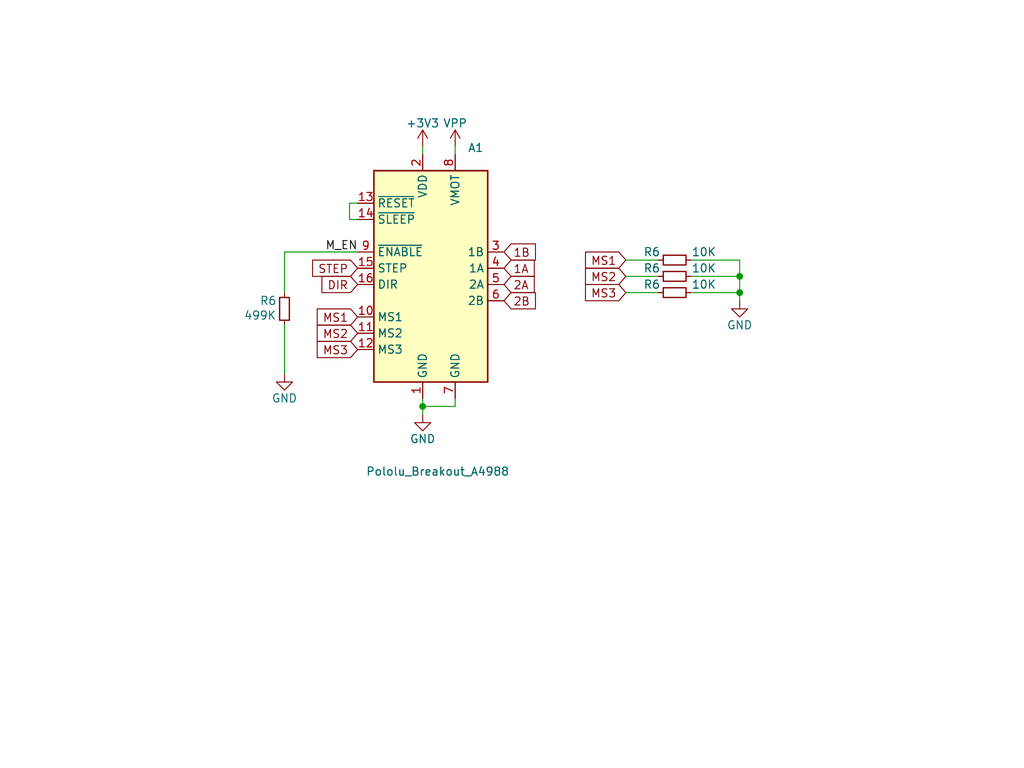
<source format=kicad_sch>
(kicad_sch (version 20230121) (generator eeschema)

  (uuid 24c45a69-1309-4a66-85dc-bd4044729c6d)

  (paper "User" 159.995 119.99)

  (lib_symbols
    (symbol "Device:R_Small" (pin_numbers hide) (pin_names (offset 0.254) hide) (in_bom yes) (on_board yes)
      (property "Reference" "R" (at 0.762 0.508 0)
        (effects (font (size 1.27 1.27)) (justify left))
      )
      (property "Value" "R_Small" (at 0.762 -1.016 0)
        (effects (font (size 1.27 1.27)) (justify left))
      )
      (property "Footprint" "" (at 0 0 0)
        (effects (font (size 1.27 1.27)) hide)
      )
      (property "Datasheet" "~" (at 0 0 0)
        (effects (font (size 1.27 1.27)) hide)
      )
      (property "ki_keywords" "R resistor" (at 0 0 0)
        (effects (font (size 1.27 1.27)) hide)
      )
      (property "ki_description" "Resistor, small symbol" (at 0 0 0)
        (effects (font (size 1.27 1.27)) hide)
      )
      (property "ki_fp_filters" "R_*" (at 0 0 0)
        (effects (font (size 1.27 1.27)) hide)
      )
      (symbol "R_Small_0_1"
        (rectangle (start -0.762 1.778) (end 0.762 -1.778)
          (stroke (width 0.2032) (type default))
          (fill (type none))
        )
      )
      (symbol "R_Small_1_1"
        (pin passive line (at 0 2.54 270) (length 0.762)
          (name "~" (effects (font (size 1.27 1.27))))
          (number "1" (effects (font (size 1.27 1.27))))
        )
        (pin passive line (at 0 -2.54 90) (length 0.762)
          (name "~" (effects (font (size 1.27 1.27))))
          (number "2" (effects (font (size 1.27 1.27))))
        )
      )
    )
    (symbol "Driver_Motor:Pololu_Breakout_A4988" (in_bom yes) (on_board yes)
      (property "Reference" "A" (at -2.54 19.05 0)
        (effects (font (size 1.27 1.27)) (justify right))
      )
      (property "Value" "Pololu_Breakout_A4988" (at -2.54 16.51 0)
        (effects (font (size 1.27 1.27)) (justify right))
      )
      (property "Footprint" "Module:Pololu_Breakout-16_15.2x20.3mm" (at 6.985 -19.05 0)
        (effects (font (size 1.27 1.27)) (justify left) hide)
      )
      (property "Datasheet" "https://www.pololu.com/product/2980/pictures" (at 2.54 -7.62 0)
        (effects (font (size 1.27 1.27)) hide)
      )
      (property "ki_keywords" "Pololu Breakout Board Stepper Driver A4988" (at 0 0 0)
        (effects (font (size 1.27 1.27)) hide)
      )
      (property "ki_description" "Pololu Breakout Board, Stepper Driver A4988" (at 0 0 0)
        (effects (font (size 1.27 1.27)) hide)
      )
      (property "ki_fp_filters" "Pololu*Breakout*15.2x20.3mm*" (at 0 0 0)
        (effects (font (size 1.27 1.27)) hide)
      )
      (symbol "Pololu_Breakout_A4988_0_1"
        (rectangle (start 10.16 -17.78) (end -7.62 15.24)
          (stroke (width 0.254) (type default))
          (fill (type background))
        )
      )
      (symbol "Pololu_Breakout_A4988_1_1"
        (pin power_in line (at 0 -20.32 90) (length 2.54)
          (name "GND" (effects (font (size 1.27 1.27))))
          (number "1" (effects (font (size 1.27 1.27))))
        )
        (pin input line (at -10.16 -7.62 0) (length 2.54)
          (name "MS1" (effects (font (size 1.27 1.27))))
          (number "10" (effects (font (size 1.27 1.27))))
        )
        (pin input line (at -10.16 -10.16 0) (length 2.54)
          (name "MS2" (effects (font (size 1.27 1.27))))
          (number "11" (effects (font (size 1.27 1.27))))
        )
        (pin input line (at -10.16 -12.7 0) (length 2.54)
          (name "MS3" (effects (font (size 1.27 1.27))))
          (number "12" (effects (font (size 1.27 1.27))))
        )
        (pin input line (at -10.16 10.16 0) (length 2.54)
          (name "~{RESET}" (effects (font (size 1.27 1.27))))
          (number "13" (effects (font (size 1.27 1.27))))
        )
        (pin input line (at -10.16 7.62 0) (length 2.54)
          (name "~{SLEEP}" (effects (font (size 1.27 1.27))))
          (number "14" (effects (font (size 1.27 1.27))))
        )
        (pin input line (at -10.16 0 0) (length 2.54)
          (name "STEP" (effects (font (size 1.27 1.27))))
          (number "15" (effects (font (size 1.27 1.27))))
        )
        (pin input line (at -10.16 -2.54 0) (length 2.54)
          (name "DIR" (effects (font (size 1.27 1.27))))
          (number "16" (effects (font (size 1.27 1.27))))
        )
        (pin power_in line (at 0 17.78 270) (length 2.54)
          (name "VDD" (effects (font (size 1.27 1.27))))
          (number "2" (effects (font (size 1.27 1.27))))
        )
        (pin output line (at 12.7 2.54 180) (length 2.54)
          (name "1B" (effects (font (size 1.27 1.27))))
          (number "3" (effects (font (size 1.27 1.27))))
        )
        (pin output line (at 12.7 0 180) (length 2.54)
          (name "1A" (effects (font (size 1.27 1.27))))
          (number "4" (effects (font (size 1.27 1.27))))
        )
        (pin output line (at 12.7 -2.54 180) (length 2.54)
          (name "2A" (effects (font (size 1.27 1.27))))
          (number "5" (effects (font (size 1.27 1.27))))
        )
        (pin output line (at 12.7 -5.08 180) (length 2.54)
          (name "2B" (effects (font (size 1.27 1.27))))
          (number "6" (effects (font (size 1.27 1.27))))
        )
        (pin power_in line (at 5.08 -20.32 90) (length 2.54)
          (name "GND" (effects (font (size 1.27 1.27))))
          (number "7" (effects (font (size 1.27 1.27))))
        )
        (pin power_in line (at 5.08 17.78 270) (length 2.54)
          (name "VMOT" (effects (font (size 1.27 1.27))))
          (number "8" (effects (font (size 1.27 1.27))))
        )
        (pin input line (at -10.16 2.54 0) (length 2.54)
          (name "~{ENABLE}" (effects (font (size 1.27 1.27))))
          (number "9" (effects (font (size 1.27 1.27))))
        )
      )
    )
    (symbol "power:+3.3V" (power) (pin_names (offset 0)) (in_bom yes) (on_board yes)
      (property "Reference" "#PWR" (at 0 -3.81 0)
        (effects (font (size 1.27 1.27)) hide)
      )
      (property "Value" "+3.3V" (at 0 3.556 0)
        (effects (font (size 1.27 1.27)))
      )
      (property "Footprint" "" (at 0 0 0)
        (effects (font (size 1.27 1.27)) hide)
      )
      (property "Datasheet" "" (at 0 0 0)
        (effects (font (size 1.27 1.27)) hide)
      )
      (property "ki_keywords" "power-flag" (at 0 0 0)
        (effects (font (size 1.27 1.27)) hide)
      )
      (property "ki_description" "Power symbol creates a global label with name \"+3.3V\"" (at 0 0 0)
        (effects (font (size 1.27 1.27)) hide)
      )
      (symbol "+3.3V_0_1"
        (polyline
          (pts
            (xy -0.762 1.27)
            (xy 0 2.54)
          )
          (stroke (width 0) (type default))
          (fill (type none))
        )
        (polyline
          (pts
            (xy 0 0)
            (xy 0 2.54)
          )
          (stroke (width 0) (type default))
          (fill (type none))
        )
        (polyline
          (pts
            (xy 0 2.54)
            (xy 0.762 1.27)
          )
          (stroke (width 0) (type default))
          (fill (type none))
        )
      )
      (symbol "+3.3V_1_1"
        (pin power_in line (at 0 0 90) (length 0) hide
          (name "+3V3" (effects (font (size 1.27 1.27))))
          (number "1" (effects (font (size 1.27 1.27))))
        )
      )
    )
    (symbol "power:GND" (power) (pin_names (offset 0)) (in_bom yes) (on_board yes)
      (property "Reference" "#PWR" (at 0 -6.35 0)
        (effects (font (size 1.27 1.27)) hide)
      )
      (property "Value" "GND" (at 0 -3.81 0)
        (effects (font (size 1.27 1.27)))
      )
      (property "Footprint" "" (at 0 0 0)
        (effects (font (size 1.27 1.27)) hide)
      )
      (property "Datasheet" "" (at 0 0 0)
        (effects (font (size 1.27 1.27)) hide)
      )
      (property "ki_keywords" "power-flag" (at 0 0 0)
        (effects (font (size 1.27 1.27)) hide)
      )
      (property "ki_description" "Power symbol creates a global label with name \"GND\" , ground" (at 0 0 0)
        (effects (font (size 1.27 1.27)) hide)
      )
      (symbol "GND_0_1"
        (polyline
          (pts
            (xy 0 0)
            (xy 0 -1.27)
            (xy 1.27 -1.27)
            (xy 0 -2.54)
            (xy -1.27 -1.27)
            (xy 0 -1.27)
          )
          (stroke (width 0) (type default))
          (fill (type none))
        )
      )
      (symbol "GND_1_1"
        (pin power_in line (at 0 0 270) (length 0) hide
          (name "GND" (effects (font (size 1.27 1.27))))
          (number "1" (effects (font (size 1.27 1.27))))
        )
      )
    )
    (symbol "power:VPP" (power) (pin_names (offset 0)) (in_bom yes) (on_board yes)
      (property "Reference" "#PWR" (at 0 -3.81 0)
        (effects (font (size 1.27 1.27)) hide)
      )
      (property "Value" "VPP" (at 0 3.81 0)
        (effects (font (size 1.27 1.27)))
      )
      (property "Footprint" "" (at 0 0 0)
        (effects (font (size 1.27 1.27)) hide)
      )
      (property "Datasheet" "" (at 0 0 0)
        (effects (font (size 1.27 1.27)) hide)
      )
      (property "ki_keywords" "power-flag" (at 0 0 0)
        (effects (font (size 1.27 1.27)) hide)
      )
      (property "ki_description" "Power symbol creates a global label with name \"VPP\"" (at 0 0 0)
        (effects (font (size 1.27 1.27)) hide)
      )
      (symbol "VPP_0_1"
        (polyline
          (pts
            (xy -0.762 1.27)
            (xy 0 2.54)
          )
          (stroke (width 0) (type default))
          (fill (type none))
        )
        (polyline
          (pts
            (xy 0 0)
            (xy 0 2.54)
          )
          (stroke (width 0) (type default))
          (fill (type none))
        )
        (polyline
          (pts
            (xy 0 2.54)
            (xy 0.762 1.27)
          )
          (stroke (width 0) (type default))
          (fill (type none))
        )
      )
      (symbol "VPP_1_1"
        (pin power_in line (at 0 0 90) (length 0) hide
          (name "VPP" (effects (font (size 1.27 1.27))))
          (number "1" (effects (font (size 1.27 1.27))))
        )
      )
    )
  )

  (junction (at 115.57 45.72) (diameter 0) (color 0 0 0 0)
    (uuid 9bc0c309-fec8-491a-8e82-b6a29cfe6093)
  )
  (junction (at 115.57 43.18) (diameter 0) (color 0 0 0 0)
    (uuid afd9be74-1aec-4a79-b455-79406a9f68d9)
  )
  (junction (at 66.04 63.5) (diameter 0) (color 0 0 0 0)
    (uuid b1e9fb4d-2951-4797-abbc-b63370de9e25)
  )

  (wire (pts (xy 54.61 31.75) (xy 54.61 34.29))
    (stroke (width 0) (type default))
    (uuid 0a832f17-7a7e-4d72-80ef-23824ba253b2)
  )
  (wire (pts (xy 66.04 62.23) (xy 66.04 63.5))
    (stroke (width 0) (type default))
    (uuid 1695b810-aed9-4222-bf79-f6f35517be51)
  )
  (wire (pts (xy 107.95 40.64) (xy 115.57 40.64))
    (stroke (width 0) (type default))
    (uuid 2cdda370-bbb1-46da-a34b-956e39d5f9d7)
  )
  (wire (pts (xy 54.61 34.29) (xy 55.88 34.29))
    (stroke (width 0) (type default))
    (uuid 314ba548-410e-466e-98e2-eee2626d6296)
  )
  (wire (pts (xy 115.57 40.64) (xy 115.57 43.18))
    (stroke (width 0) (type default))
    (uuid 38d16bfd-5ff6-44dd-8827-fa7ecfb94535)
  )
  (wire (pts (xy 97.79 40.64) (xy 102.87 40.64))
    (stroke (width 0) (type default))
    (uuid 3cc57d9a-f5e3-4d14-b8bd-b917c801c1d8)
  )
  (wire (pts (xy 66.04 63.5) (xy 66.04 64.77))
    (stroke (width 0) (type default))
    (uuid 4580b01c-ac98-4d82-b37d-d08ed4424a29)
  )
  (wire (pts (xy 44.45 39.37) (xy 44.45 45.72))
    (stroke (width 0) (type default))
    (uuid 6ade282b-28d0-4326-ba3a-94edb028258e)
  )
  (wire (pts (xy 71.12 22.86) (xy 71.12 24.13))
    (stroke (width 0) (type default))
    (uuid 742736c5-631e-4def-909e-dca9720c4b2f)
  )
  (wire (pts (xy 44.45 50.8) (xy 44.45 58.42))
    (stroke (width 0) (type default))
    (uuid 74cdb6c2-436e-4fe1-81a1-bcc3e4dab537)
  )
  (wire (pts (xy 115.57 45.72) (xy 115.57 46.99))
    (stroke (width 0) (type default))
    (uuid 789c0742-9f1a-4139-9166-e6cf17ce11a2)
  )
  (wire (pts (xy 97.79 45.72) (xy 102.87 45.72))
    (stroke (width 0) (type default))
    (uuid 7d8d480d-fa82-4f53-809b-628e459107d1)
  )
  (wire (pts (xy 97.79 43.18) (xy 102.87 43.18))
    (stroke (width 0) (type default))
    (uuid 8b0528b3-591a-4568-a19f-816c207c554e)
  )
  (wire (pts (xy 66.04 63.5) (xy 71.12 63.5))
    (stroke (width 0) (type default))
    (uuid 8eb58a94-c669-4795-b9b4-c3071f9e119d)
  )
  (wire (pts (xy 107.95 43.18) (xy 115.57 43.18))
    (stroke (width 0) (type default))
    (uuid 975ce903-a0b5-46ff-bda7-6f5710f45d86)
  )
  (wire (pts (xy 55.88 31.75) (xy 54.61 31.75))
    (stroke (width 0) (type default))
    (uuid bdba3083-e034-4d65-a07c-1e9b5bfde126)
  )
  (wire (pts (xy 107.95 45.72) (xy 115.57 45.72))
    (stroke (width 0) (type default))
    (uuid c30a5334-2c57-448d-a4ea-6f81854fbb96)
  )
  (wire (pts (xy 71.12 63.5) (xy 71.12 62.23))
    (stroke (width 0) (type default))
    (uuid c6770011-0bfc-403a-815b-f876a0d2f4cb)
  )
  (wire (pts (xy 44.45 39.37) (xy 55.88 39.37))
    (stroke (width 0) (type default))
    (uuid db65e667-94a6-4011-b296-e5a54bf35d09)
  )
  (wire (pts (xy 115.57 43.18) (xy 115.57 45.72))
    (stroke (width 0) (type default))
    (uuid e2aedb0a-c724-40fe-a9e7-b29eecab22d8)
  )
  (wire (pts (xy 66.04 22.86) (xy 66.04 24.13))
    (stroke (width 0) (type default))
    (uuid f4df3d10-7bf2-48a3-8873-cdc2d62cc372)
  )

  (label "M_EN" (at 50.8 39.37 0) (fields_autoplaced)
    (effects (font (size 1.27 1.27)) (justify left bottom))
    (uuid a56b6475-1924-455a-9b40-694140528867)
  )

  (global_label "MS2" (shape input) (at 97.79 43.18 180) (fields_autoplaced)
    (effects (font (size 1.27 1.27)) (justify right))
    (uuid 0e8518a3-fa07-4217-9d02-fbd66459bb65)
    (property "Intersheetrefs" "${INTERSHEET_REFS}" (at 91.0138 43.18 0)
      (effects (font (size 1.27 1.27)) (justify right) hide)
    )
  )
  (global_label "MS3" (shape input) (at 97.79 45.72 180) (fields_autoplaced)
    (effects (font (size 1.27 1.27)) (justify right))
    (uuid 1ceca7a2-e419-4942-a26f-a5fa27a7d381)
    (property "Intersheetrefs" "${INTERSHEET_REFS}" (at 91.0138 45.72 0)
      (effects (font (size 1.27 1.27)) (justify right) hide)
    )
  )
  (global_label "MS3" (shape input) (at 55.88 54.61 180) (fields_autoplaced)
    (effects (font (size 1.27 1.27)) (justify right))
    (uuid 4d0316d6-e2f5-40d1-a573-be0817586577)
    (property "Intersheetrefs" "${INTERSHEET_REFS}" (at 49.1038 54.61 0)
      (effects (font (size 1.27 1.27)) (justify right) hide)
    )
  )
  (global_label "1B" (shape input) (at 78.74 39.37 0) (fields_autoplaced)
    (effects (font (size 1.27 1.27)) (justify left))
    (uuid 6263ef3f-c9da-4176-9596-8e6ca163cbe5)
    (property "Intersheetrefs" "${INTERSHEET_REFS}" (at 84.1253 39.37 0)
      (effects (font (size 1.27 1.27)) (justify left) hide)
    )
  )
  (global_label "MS1" (shape input) (at 97.79 40.64 180) (fields_autoplaced)
    (effects (font (size 1.27 1.27)) (justify right))
    (uuid 81b3d65a-9a44-4b75-b152-fb235e98efe2)
    (property "Intersheetrefs" "${INTERSHEET_REFS}" (at 91.0138 40.64 0)
      (effects (font (size 1.27 1.27)) (justify right) hide)
    )
  )
  (global_label "STEP" (shape input) (at 55.88 41.91 180) (fields_autoplaced)
    (effects (font (size 1.27 1.27)) (justify right))
    (uuid b6e6d4fa-3a41-42d6-a996-2f234554c7b0)
    (property "Intersheetrefs" "${INTERSHEET_REFS}" (at 48.3781 41.91 0)
      (effects (font (size 1.27 1.27)) (justify right) hide)
    )
  )
  (global_label "1A" (shape input) (at 78.74 41.91 0) (fields_autoplaced)
    (effects (font (size 1.27 1.27)) (justify left))
    (uuid c2ab4290-457e-4bb0-b268-4334041e3ef6)
    (property "Intersheetrefs" "${INTERSHEET_REFS}" (at 83.9439 41.91 0)
      (effects (font (size 1.27 1.27)) (justify left) hide)
    )
  )
  (global_label "2A" (shape input) (at 78.74 44.45 0) (fields_autoplaced)
    (effects (font (size 1.27 1.27)) (justify left))
    (uuid d8c9751f-494b-4a9b-9f94-b891ffb74070)
    (property "Intersheetrefs" "${INTERSHEET_REFS}" (at 83.9439 44.45 0)
      (effects (font (size 1.27 1.27)) (justify left) hide)
    )
  )
  (global_label "MS2" (shape input) (at 55.88 52.07 180) (fields_autoplaced)
    (effects (font (size 1.27 1.27)) (justify right))
    (uuid d90ede5f-31f4-4cb8-b642-c8a73276285b)
    (property "Intersheetrefs" "${INTERSHEET_REFS}" (at 49.1038 52.07 0)
      (effects (font (size 1.27 1.27)) (justify right) hide)
    )
  )
  (global_label "2B" (shape input) (at 78.74 46.99 0) (fields_autoplaced)
    (effects (font (size 1.27 1.27)) (justify left))
    (uuid e0b742a9-5436-4010-8e47-b1749cef2f13)
    (property "Intersheetrefs" "${INTERSHEET_REFS}" (at 84.1253 46.99 0)
      (effects (font (size 1.27 1.27)) (justify left) hide)
    )
  )
  (global_label "MS1" (shape input) (at 55.88 49.53 180) (fields_autoplaced)
    (effects (font (size 1.27 1.27)) (justify right))
    (uuid e9a68804-b036-4f46-b280-b3934f2e9737)
    (property "Intersheetrefs" "${INTERSHEET_REFS}" (at 49.1038 49.53 0)
      (effects (font (size 1.27 1.27)) (justify right) hide)
    )
  )
  (global_label "DIR" (shape input) (at 55.88 44.45 180) (fields_autoplaced)
    (effects (font (size 1.27 1.27)) (justify right))
    (uuid ef0c6258-8774-4a56-92ab-5e3a684512d6)
    (property "Intersheetrefs" "${INTERSHEET_REFS}" (at 49.8294 44.45 0)
      (effects (font (size 1.27 1.27)) (justify right) hide)
    )
  )

  (symbol (lib_id "power:VPP") (at 71.12 22.86 0) (unit 1)
    (in_bom yes) (on_board yes) (dnp no) (fields_autoplaced)
    (uuid 17906d29-71c5-425f-80cf-3c45db403f22)
    (property "Reference" "#PWR01" (at 71.12 26.67 0)
      (effects (font (size 1.27 1.27)) hide)
    )
    (property "Value" "VPP" (at 71.12 19.2555 0)
      (effects (font (size 1.27 1.27)))
    )
    (property "Footprint" "" (at 71.12 22.86 0)
      (effects (font (size 1.27 1.27)) hide)
    )
    (property "Datasheet" "" (at 71.12 22.86 0)
      (effects (font (size 1.27 1.27)) hide)
    )
    (pin "1" (uuid 74e8b308-a0fa-41bd-8d04-efd7a0f5ce25))
    (instances
      (project "StepperMotor_module_V2_XIAO_RP2040"
        (path "/67ad53b0-e724-4354-8add-ffbe056bca93/f879121b-b8b1-4c0a-8f21-a8ce38d582ad"
          (reference "#PWR01") (unit 1)
        )
      )
      (project "Motor_module"
        (path "/e63e39d7-6ac0-4ffd-8aa3-1841a4541b55"
          (reference "#PWR0116") (unit 1)
        )
      )
    )
  )

  (symbol (lib_id "Device:R_Small") (at 105.41 40.64 90) (unit 1)
    (in_bom yes) (on_board yes) (dnp no)
    (uuid 17f93025-1250-4150-a548-7af85bf6401a)
    (property "Reference" "R6" (at 101.854 39.37 90)
      (effects (font (size 1.27 1.27)))
    )
    (property "Value" "10K" (at 109.982 39.37 90)
      (effects (font (size 1.27 1.27)))
    )
    (property "Footprint" "Resistor_SMD:R_0603_1608Metric_Pad0.98x0.95mm_HandSolder" (at 105.41 40.64 0)
      (effects (font (size 1.27 1.27)) hide)
    )
    (property "Datasheet" "~" (at 105.41 40.64 0)
      (effects (font (size 1.27 1.27)) hide)
    )
    (pin "1" (uuid 12838c72-dd86-4086-a785-e75698b42ed1))
    (pin "2" (uuid a511a76c-63b6-4e21-9b29-efe1402b6e28))
    (instances
      (project "StepperMotor_module_V2_XIAO_RP2040"
        (path "/67ad53b0-e724-4354-8add-ffbe056bca93/07c0a6ff-eef2-4578-b5db-f7e0ea607e3d"
          (reference "R6") (unit 1)
        )
        (path "/67ad53b0-e724-4354-8add-ffbe056bca93/f879121b-b8b1-4c0a-8f21-a8ce38d582ad"
          (reference "R2") (unit 1)
        )
      )
      (project "DATA_STORAGE"
        (path "/e63e39d7-6ac0-4ffd-8aa3-1841a4541b55"
          (reference "R1") (unit 1)
        )
      )
    )
  )

  (symbol (lib_id "Driver_Motor:Pololu_Breakout_A4988") (at 66.04 41.91 0) (unit 1)
    (in_bom yes) (on_board yes) (dnp no)
    (uuid 4b59193e-b0eb-4f60-bb53-d6cc0433404f)
    (property "Reference" "A1" (at 73.0759 23.09 0)
      (effects (font (size 1.27 1.27)) (justify left))
    )
    (property "Value" "Pololu_Breakout_A4988" (at 57.15 73.66 0)
      (effects (font (size 1.27 1.27)) (justify left))
    )
    (property "Footprint" "Module:Pololu_Breakout-16_15.2x20.3mm" (at 73.025 60.96 0)
      (effects (font (size 1.27 1.27)) (justify left) hide)
    )
    (property "Datasheet" "https://www.pololu.com/product/2980/pictures" (at 68.58 49.53 0)
      (effects (font (size 1.27 1.27)) hide)
    )
    (pin "1" (uuid df3d1108-4fac-472e-85c2-d0dd425b3fc1))
    (pin "10" (uuid f911847c-60a2-4ce2-8a06-0b49da0a0b3e))
    (pin "11" (uuid e6e50d7f-51b2-4855-a8f5-21f4a705a6d1))
    (pin "12" (uuid 0ae8269d-e948-43f7-88ca-e741154886e4))
    (pin "13" (uuid 669cad02-4893-4e1d-a44a-db7bdfe1b9ef))
    (pin "14" (uuid 0d34b4b5-d32e-41a0-89aa-8560890818da))
    (pin "15" (uuid b312b40e-a249-4bfe-ad22-9f9b616bac66))
    (pin "16" (uuid d86984b0-a9d2-4919-94d7-7e012282d687))
    (pin "2" (uuid 7a07c972-8b51-4920-a18c-dec48f125bc0))
    (pin "3" (uuid 6454bfaa-6771-4f2d-a885-1895b73c7b85))
    (pin "4" (uuid c4263df8-c165-4f92-9637-bd10781d6af0))
    (pin "5" (uuid 3faaa097-c851-49c3-8ff0-339fd9a4f2da))
    (pin "6" (uuid 86f57667-41c4-4ec5-ba25-c5b2c37b4581))
    (pin "7" (uuid c8216c2c-4596-40da-bb02-896fb576270a))
    (pin "8" (uuid a58cb54c-b16b-437f-bfc8-fb32280a481b))
    (pin "9" (uuid 78d7243f-8b94-47b4-ac48-102b643265aa))
    (instances
      (project "StepperMotor_module_V2_XIAO_RP2040"
        (path "/67ad53b0-e724-4354-8add-ffbe056bca93/f879121b-b8b1-4c0a-8f21-a8ce38d582ad"
          (reference "A1") (unit 1)
        )
      )
    )
  )

  (symbol (lib_id "Device:R_Small") (at 105.41 45.72 90) (unit 1)
    (in_bom yes) (on_board yes) (dnp no)
    (uuid 81afdd6f-3ea4-4ecb-ab34-98c20a2fe902)
    (property "Reference" "R6" (at 101.854 44.45 90)
      (effects (font (size 1.27 1.27)))
    )
    (property "Value" "10K" (at 109.982 44.45 90)
      (effects (font (size 1.27 1.27)))
    )
    (property "Footprint" "Resistor_SMD:R_0603_1608Metric_Pad0.98x0.95mm_HandSolder" (at 105.41 45.72 0)
      (effects (font (size 1.27 1.27)) hide)
    )
    (property "Datasheet" "~" (at 105.41 45.72 0)
      (effects (font (size 1.27 1.27)) hide)
    )
    (pin "1" (uuid 0aeffa10-8a80-4070-8c31-97a9dd0f52de))
    (pin "2" (uuid 08e92a10-e3e6-4dc0-89ac-0a362e6b5950))
    (instances
      (project "StepperMotor_module_V2_XIAO_RP2040"
        (path "/67ad53b0-e724-4354-8add-ffbe056bca93/07c0a6ff-eef2-4578-b5db-f7e0ea607e3d"
          (reference "R6") (unit 1)
        )
        (path "/67ad53b0-e724-4354-8add-ffbe056bca93/f879121b-b8b1-4c0a-8f21-a8ce38d582ad"
          (reference "R4") (unit 1)
        )
      )
      (project "DATA_STORAGE"
        (path "/e63e39d7-6ac0-4ffd-8aa3-1841a4541b55"
          (reference "R1") (unit 1)
        )
      )
    )
  )

  (symbol (lib_id "Device:R_Small") (at 105.41 43.18 90) (unit 1)
    (in_bom yes) (on_board yes) (dnp no)
    (uuid 95901fb0-a30d-42a2-9b24-4769895616cc)
    (property "Reference" "R6" (at 101.854 41.91 90)
      (effects (font (size 1.27 1.27)))
    )
    (property "Value" "10K" (at 109.982 41.91 90)
      (effects (font (size 1.27 1.27)))
    )
    (property "Footprint" "Resistor_SMD:R_0603_1608Metric_Pad0.98x0.95mm_HandSolder" (at 105.41 43.18 0)
      (effects (font (size 1.27 1.27)) hide)
    )
    (property "Datasheet" "~" (at 105.41 43.18 0)
      (effects (font (size 1.27 1.27)) hide)
    )
    (pin "1" (uuid 12782b14-bdfe-431d-91bc-8e0367b2a7da))
    (pin "2" (uuid 9b7e16bd-ba09-4230-9a30-731a236009e9))
    (instances
      (project "StepperMotor_module_V2_XIAO_RP2040"
        (path "/67ad53b0-e724-4354-8add-ffbe056bca93/07c0a6ff-eef2-4578-b5db-f7e0ea607e3d"
          (reference "R6") (unit 1)
        )
        (path "/67ad53b0-e724-4354-8add-ffbe056bca93/f879121b-b8b1-4c0a-8f21-a8ce38d582ad"
          (reference "R3") (unit 1)
        )
      )
      (project "DATA_STORAGE"
        (path "/e63e39d7-6ac0-4ffd-8aa3-1841a4541b55"
          (reference "R1") (unit 1)
        )
      )
    )
  )

  (symbol (lib_id "power:GND") (at 44.45 58.42 0) (unit 1)
    (in_bom yes) (on_board yes) (dnp no)
    (uuid b6af94d9-4c61-4c9b-bb1c-ee75a5361568)
    (property "Reference" "#PWR06" (at 44.45 64.77 0)
      (effects (font (size 1.27 1.27)) hide)
    )
    (property "Value" "GND" (at 44.45 62.23 0)
      (effects (font (size 1.27 1.27)))
    )
    (property "Footprint" "" (at 44.45 58.42 0)
      (effects (font (size 1.27 1.27)) hide)
    )
    (property "Datasheet" "" (at 44.45 58.42 0)
      (effects (font (size 1.27 1.27)) hide)
    )
    (pin "1" (uuid 4b01788c-4c0f-4366-bcca-00a4cfdce541))
    (instances
      (project "StepperMotor_module_V2_XIAO_RP2040"
        (path "/67ad53b0-e724-4354-8add-ffbe056bca93/f879121b-b8b1-4c0a-8f21-a8ce38d582ad"
          (reference "#PWR06") (unit 1)
        )
      )
      (project "Motor_module"
        (path "/e63e39d7-6ac0-4ffd-8aa3-1841a4541b55"
          (reference "#PWR0111") (unit 1)
        )
      )
    )
  )

  (symbol (lib_id "power:+3.3V") (at 66.04 22.86 0) (unit 1)
    (in_bom yes) (on_board yes) (dnp no) (fields_autoplaced)
    (uuid c487fcd8-88a3-46c5-a273-b3b5892a459b)
    (property "Reference" "#PWR03" (at 66.04 26.67 0)
      (effects (font (size 1.27 1.27)) hide)
    )
    (property "Value" "+3.3V" (at 66.04 19.2555 0)
      (effects (font (size 1.27 1.27)))
    )
    (property "Footprint" "" (at 66.04 22.86 0)
      (effects (font (size 1.27 1.27)) hide)
    )
    (property "Datasheet" "" (at 66.04 22.86 0)
      (effects (font (size 1.27 1.27)) hide)
    )
    (pin "1" (uuid 09badd08-e91e-49c4-9dd2-a3fa237f4953))
    (instances
      (project "StepperMotor_module_V2_XIAO_RP2040"
        (path "/67ad53b0-e724-4354-8add-ffbe056bca93/f879121b-b8b1-4c0a-8f21-a8ce38d582ad"
          (reference "#PWR03") (unit 1)
        )
      )
      (project "Motor_module"
        (path "/e63e39d7-6ac0-4ffd-8aa3-1841a4541b55"
          (reference "#PWR0115") (unit 1)
        )
      )
    )
  )

  (symbol (lib_id "power:GND") (at 66.04 64.77 0) (unit 1)
    (in_bom yes) (on_board yes) (dnp no)
    (uuid d32f8077-1c08-4a17-b5ab-df834ee9eded)
    (property "Reference" "#PWR02" (at 66.04 71.12 0)
      (effects (font (size 1.27 1.27)) hide)
    )
    (property "Value" "GND" (at 66.04 68.58 0)
      (effects (font (size 1.27 1.27)))
    )
    (property "Footprint" "" (at 66.04 64.77 0)
      (effects (font (size 1.27 1.27)) hide)
    )
    (property "Datasheet" "" (at 66.04 64.77 0)
      (effects (font (size 1.27 1.27)) hide)
    )
    (pin "1" (uuid 1ffb3b89-a06a-4c0f-9ca8-a51ed9465a22))
    (instances
      (project "StepperMotor_module_V2_XIAO_RP2040"
        (path "/67ad53b0-e724-4354-8add-ffbe056bca93/f879121b-b8b1-4c0a-8f21-a8ce38d582ad"
          (reference "#PWR02") (unit 1)
        )
      )
      (project "Motor_module"
        (path "/e63e39d7-6ac0-4ffd-8aa3-1841a4541b55"
          (reference "#PWR0114") (unit 1)
        )
      )
    )
  )

  (symbol (lib_id "power:GND") (at 115.57 46.99 0) (unit 1)
    (in_bom yes) (on_board yes) (dnp no)
    (uuid dd4ba3d6-c266-4ca4-ae96-103e6e951c41)
    (property "Reference" "#PWR07" (at 115.57 53.34 0)
      (effects (font (size 1.27 1.27)) hide)
    )
    (property "Value" "GND" (at 115.57 50.8 0)
      (effects (font (size 1.27 1.27)))
    )
    (property "Footprint" "" (at 115.57 46.99 0)
      (effects (font (size 1.27 1.27)) hide)
    )
    (property "Datasheet" "" (at 115.57 46.99 0)
      (effects (font (size 1.27 1.27)) hide)
    )
    (pin "1" (uuid f96c9bbe-1dc2-481b-88f6-5f6a0bd8e417))
    (instances
      (project "StepperMotor_module_V2_XIAO_RP2040"
        (path "/67ad53b0-e724-4354-8add-ffbe056bca93/f879121b-b8b1-4c0a-8f21-a8ce38d582ad"
          (reference "#PWR07") (unit 1)
        )
      )
      (project "Motor_module"
        (path "/e63e39d7-6ac0-4ffd-8aa3-1841a4541b55"
          (reference "#PWR0105") (unit 1)
        )
      )
    )
  )

  (symbol (lib_id "Device:R_Small") (at 44.45 48.26 0) (unit 1)
    (in_bom yes) (on_board yes) (dnp no)
    (uuid ed1871fb-d791-42ef-8405-59d8564cbe10)
    (property "Reference" "R6" (at 41.91 46.99 0)
      (effects (font (size 1.27 1.27)))
    )
    (property "Value" "499K" (at 40.64 49.276 0)
      (effects (font (size 1.27 1.27)))
    )
    (property "Footprint" "Resistor_SMD:R_0603_1608Metric_Pad0.98x0.95mm_HandSolder" (at 44.45 48.26 0)
      (effects (font (size 1.27 1.27)) hide)
    )
    (property "Datasheet" "~" (at 44.45 48.26 0)
      (effects (font (size 1.27 1.27)) hide)
    )
    (pin "1" (uuid daeb7ad2-3458-45de-9940-e33caf4a158a))
    (pin "2" (uuid 6de047fd-0d7c-4619-aae5-1353bc95eae2))
    (instances
      (project "StepperMotor_module_V2_XIAO_RP2040"
        (path "/67ad53b0-e724-4354-8add-ffbe056bca93/07c0a6ff-eef2-4578-b5db-f7e0ea607e3d"
          (reference "R6") (unit 1)
        )
        (path "/67ad53b0-e724-4354-8add-ffbe056bca93/f879121b-b8b1-4c0a-8f21-a8ce38d582ad"
          (reference "R1") (unit 1)
        )
      )
      (project "DATA_STORAGE"
        (path "/e63e39d7-6ac0-4ffd-8aa3-1841a4541b55"
          (reference "R1") (unit 1)
        )
      )
    )
  )
)

</source>
